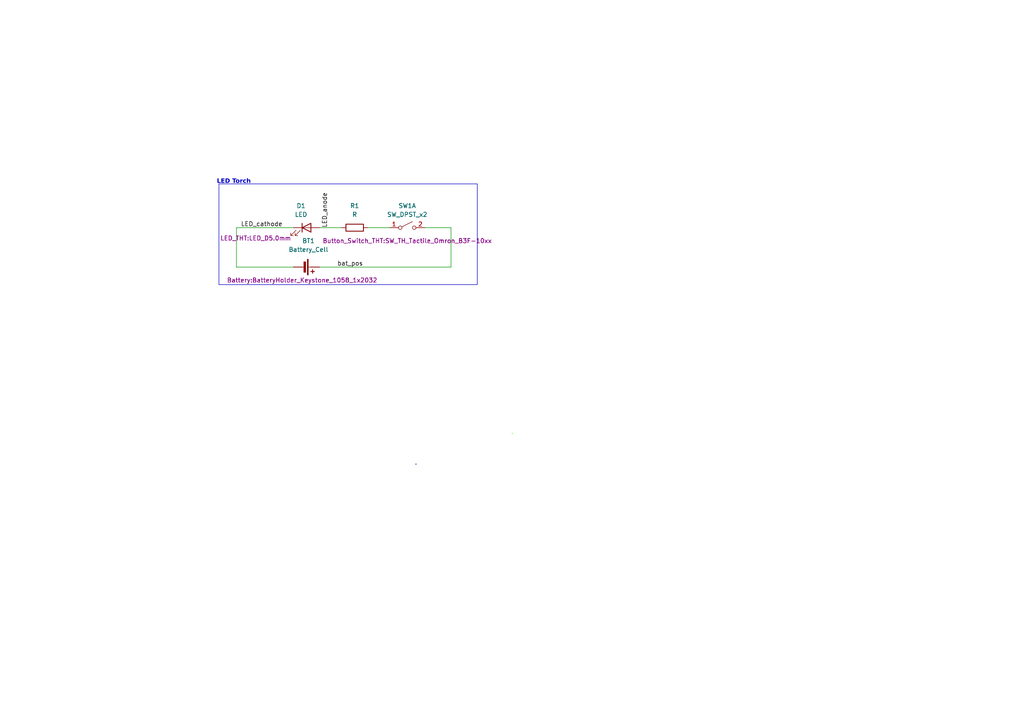
<source format=kicad_sch>
(kicad_sch (version 20250114) (generator "eeschema") (generator_version "9.0")
  (paper "A4")
  (lib_symbols
    (symbol "Device:Battery_Cell" (pin_numbers (hide yes)) (pin_names (offset 0) (hide yes))
      (property "Reference" "BT" (at 2.54 2.54 0))
      (property "Value" "Battery_Cell" (at 2.54 0 0))
      (symbol "Battery_Cell_0_1"
        (rectangle (start -2.286 1.778) (end 2.286 1.524) (fill (type outline)))
        (rectangle (start -1.524 1.016) (end 1.524 0.508) (fill (type outline)))
        (polyline (pts (xy 0 1.778) (xy 0 2.54)))
        (polyline (pts (xy 0 0.762) (xy 0 0)))
        (polyline (pts (xy 0.762 3.048) (xy 1.778 3.048)) (stroke (width 0.254)))
        (polyline (pts (xy 1.27 3.556) (xy 1.27 2.54)) (stroke (width 0.254)))
      )
      (symbol "Battery_Cell_1_1"
        (pin passive line (at 0 5.08 270) (length 2.54) (name "+") (number "1"))
        (pin passive line (at 0 -2.54 90) (length 2.54) (name "-") (number "2"))
      )
    )
    (symbol "Device:LED" (pin_numbers (hide yes)) (pin_names (offset 1.016) (hide yes))
      (property "Reference" "D" (at 0 2.54 0))
      (property "Value" "LED" (at 0 -2.54 0))
      (symbol "LED_0_1"
        (polyline (pts (xy -3.048 -0.762) (xy -4.572 -2.286) (xy -3.81 -2.286) (xy -4.572 -2.286) (xy -4.572 -1.524)))
        (polyline (pts (xy -1.778 -0.762) (xy -3.302 -2.286) (xy -2.54 -2.286) (xy -3.302 -2.286) (xy -3.302 -1.524)))
        (polyline (pts (xy -1.27 0) (xy 1.27 0)))
        (polyline (pts (xy -1.27 -1.27) (xy -1.27 1.27)) (stroke (width 0.254)))
        (polyline (pts (xy 1.27 -1.27) (xy 1.27 1.27) (xy -1.27 0) (xy 1.27 -1.27)) (stroke (width 0.254)))
      )
      (symbol "LED_1_1"
        (pin passive line (at -3.81 0 0) (length 2.54) (name "K") (number "1"))
        (pin passive line (at 3.81 0 180) (length 2.54) (name "A") (number "2"))
      )
    )
    (symbol "Device:R" (pin_numbers (hide yes)) (pin_names (offset 0))
      (property "Reference" "R" (at 2.032 0 90))
      (property "Value" "R" (at 0 0 90))
      (symbol "R_0_1"
        (rectangle (start -1.016 -2.54) (end 1.016 2.54) (stroke (width 0.254)))
      )
      (symbol "R_1_1"
        (pin passive line (at 0 3.81 270) (length 1.27) (name "~") (number "1"))
        (pin passive line (at 0 -3.81 90) (length 1.27) (name "~") (number "2"))
      )
    )
    (symbol "Switch:SW_DPST_x2" (pin_names (offset 0) (hide yes))
      (property "Reference" "SW" (at 0 3.175 0))
      (property "Value" "SW_DPST_x2" (at 0 -2.54 0))
      (symbol "SW_DPST_x2_0_0"
        (circle (center -2.032 0) (radius 0.508))
        (polyline (pts (xy -1.524 0.254) (xy 1.524 1.778)))
        (circle (center 2.032 0) (radius 0.508))
      )
      (symbol "SW_DPST_x2_1_1"
        (pin passive line (at -5.08 0 0) (length 2.54) (name "A") (number "1"))
        (pin passive line (at 5.08 0 180) (length 2.54) (name "B") (number "2"))
      )
      (symbol "SW_DPST_x2_2_1"
        (pin passive line (at -5.08 0 0) (length 2.54) (name "A") (number "3"))
        (pin passive line (at 5.08 0 180) (length 2.54) (name "B") (number "4"))
      )
    )
  )
  (circle (center 120.65 134.62) (radius 0.0001))
  (circle (center 148.59 125.73) (radius 0.0001) (stroke (width 0) (color 77 255 35 1)))
  (rectangle (start 63.5 53.34) (end 138.43 82.55))
  (text "LED Torch" (at 67.818 53.086 0) (effects (font (size 1.27 1.27) (bold yes))))
  (wire (pts (xy 130.81 66.04) (xy 130.81 77.47)))
  (wire (pts (xy 85.09 77.47) (xy 68.58 77.47)))
  (wire (pts (xy 68.58 77.47) (xy 68.58 66.04)))
  (wire (pts (xy 106.68 66.04) (xy 113.03 66.04)))
  (wire (pts (xy 68.58 66.04) (xy 85.09 66.04)))
  (wire (pts (xy 92.71 77.47) (xy 130.81 77.47)))
  (wire (pts (xy 92.71 66.04) (xy 99.06 66.04)))
  (wire (pts (xy 123.19 66.04) (xy 130.81 66.04)))
  (label "LED_anode" (at 95.25 66.04 90))
  (label "bat_pos" (at 97.79 77.47 0))
  (label "LED_cathode" (at 69.85 66.04 0))
  (symbol (lib_id "Switch:SW_DPST_x2") (at 118.11 66.04 0) (unit 1)
    (property "Reference" "SW1" (at 118.11 59.69 0))
    (property "Value" "SW_DPST_x2" (at 118.11 62.23 0))
    (property "Footprint" "Button_Switch_THT:SW_TH_Tactile_Omron_B3F-10xx" (at 118.11 69.85 0))
    (property "Description" "Single Pole Single Throw (SPST) switch, separate symbol" (effects (hide yes)))
  )
  (symbol (lib_id "Device:LED") (at 88.9 66.04 0) (unit 1)
    (property "Reference" "D1" (at 87.3125 59.69 0))
    (property "Value" "LED" (at 87.3125 62.23 0))
    (property "Footprint" "LED_THT:LED_D5.0mm" (at 74.168 69.088 0))
    (property "Description" "Light emitting diode" (effects (hide yes)))
    (property "Sim.Pins" "1=K 2=A" (effects (hide yes)))
  )
  (symbol (lib_id "Device:Battery_Cell") (at 87.63 77.47 270) (unit 1)
    (property "Reference" "BT1" (at 89.4715 69.85 90))
    (property "Value" "Battery_Cell" (at 89.4715 72.39 90))
    (property "Footprint" "Battery:BatteryHolder_Keystone_1058_1x2032" (at 87.63 81.28 90))
    (property "Description" "Single-cell battery" (effects (hide yes)))
  )
  (symbol (lib_id "Device:R") (at 102.87 66.04 90) (unit 1)
    (property "Reference" "R1" (at 102.87 59.69 90))
    (property "Value" "R" (at 102.87 62.23 90))
    (property "Footprint" "Resistor_THT:R_Axial_DIN0204_L3.6mm_D1.6mm_P7.62mm_Horizontal" (effects (hide yes)))
    (property "Description" "Resistor" (effects (hide yes)))
  )
)
</source>
